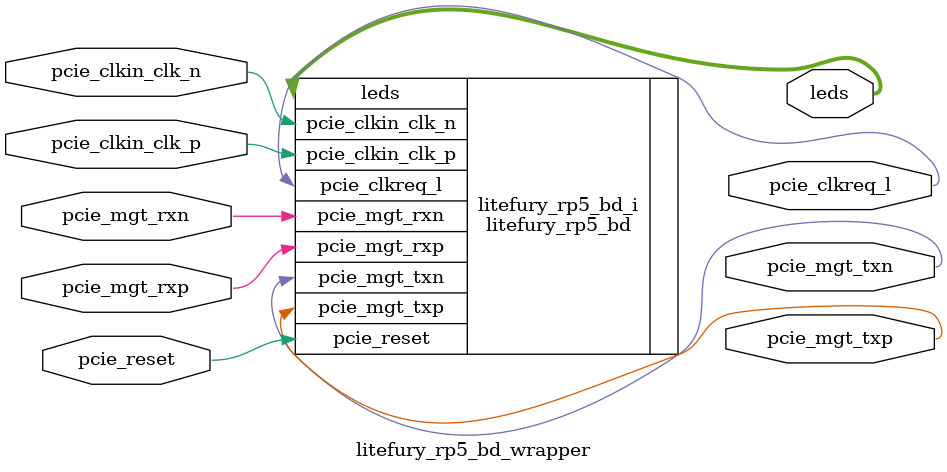
<source format=v>
`timescale 1 ps / 1 ps

module litefury_rp5_bd_wrapper
   (leds,
    pcie_clkin_clk_n,
    pcie_clkin_clk_p,
    pcie_clkreq_l,
    pcie_mgt_rxn,
    pcie_mgt_rxp,
    pcie_mgt_txn,
    pcie_mgt_txp,
    pcie_reset);
  output [3:0]leds;
  input [0:0]pcie_clkin_clk_n;
  input [0:0]pcie_clkin_clk_p;
  output [0:0]pcie_clkreq_l;
  input [0:0]pcie_mgt_rxn;
  input [0:0]pcie_mgt_rxp;
  output [0:0]pcie_mgt_txn;
  output [0:0]pcie_mgt_txp;
  input pcie_reset;

  wire [3:0]leds;
  wire [0:0]pcie_clkin_clk_n;
  wire [0:0]pcie_clkin_clk_p;
  wire [0:0]pcie_clkreq_l;
  wire [0:0]pcie_mgt_rxn;
  wire [0:0]pcie_mgt_rxp;
  wire [0:0]pcie_mgt_txn;
  wire [0:0]pcie_mgt_txp;
  wire pcie_reset;

  litefury_rp5_bd litefury_rp5_bd_i
       (.leds(leds),
        .pcie_clkin_clk_n(pcie_clkin_clk_n),
        .pcie_clkin_clk_p(pcie_clkin_clk_p),
        .pcie_clkreq_l(pcie_clkreq_l),
        .pcie_mgt_rxn(pcie_mgt_rxn),
        .pcie_mgt_rxp(pcie_mgt_rxp),
        .pcie_mgt_txn(pcie_mgt_txn),
        .pcie_mgt_txp(pcie_mgt_txp),
        .pcie_reset(pcie_reset));
endmodule

</source>
